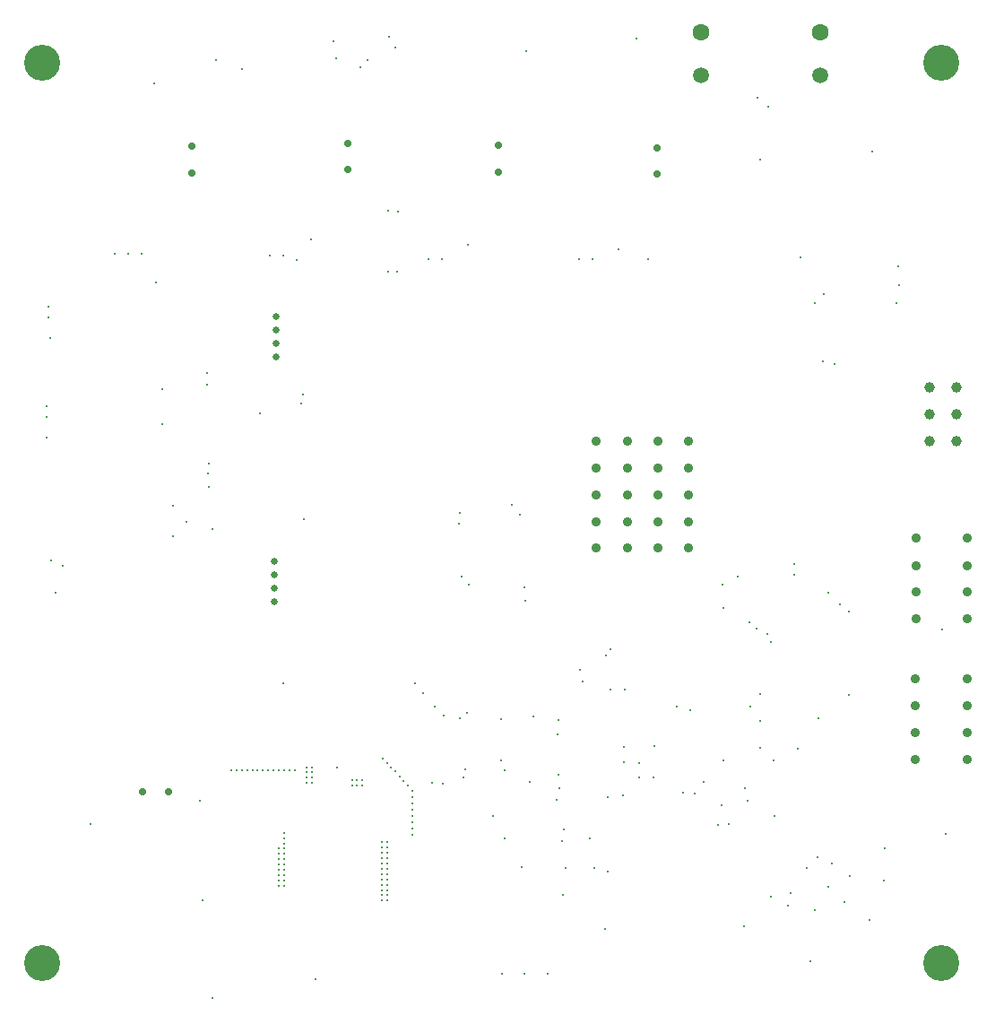
<source format=gbr>
%TF.GenerationSoftware,Altium Limited,Altium Designer,21.7.2 (23)*%
G04 Layer_Color=0*
%FSLAX24Y24*%
%MOIN*%
%TF.SameCoordinates,DA776ED6-ADCF-4D54-B547-66972558000F*%
%TF.FilePolarity,Positive*%
%TF.FileFunction,Plated,1,2,PTH,Drill*%
%TF.Part,Single*%
G01*
G75*
%TA.AperFunction,ComponentDrill*%
%ADD142C,0.0394*%
%ADD143C,0.0354*%
%ADD144C,0.0276*%
%ADD145C,0.0630*%
%ADD146C,0.0598*%
%ADD147C,0.0256*%
%TA.AperFunction,OtherDrill,Pad Free-4 (3543.307mil,196.85mil)*%
%ADD148C,0.1339*%
%TA.AperFunction,OtherDrill,Pad Free-3 (196.85mil,196.85mil)*%
%ADD149C,0.1339*%
%TA.AperFunction,OtherDrill,Pad Free-2 (196.85mil,3543.307mil)*%
%ADD150C,0.1339*%
%TA.AperFunction,OtherDrill,Pad Free-1 (3543.307mil,3543.307mil)*%
%ADD151C,0.1339*%
%TA.AperFunction,ComponentDrill*%
%ADD152C,0.0276*%
%TA.AperFunction,ViaDrill,NotFilled*%
%ADD153C,0.0098*%
%ADD154C,0.0118*%
D142*
X34984Y23362D02*
D03*
X35984D02*
D03*
X34984Y22362D02*
D03*
X35984D02*
D03*
X34984Y21362D02*
D03*
X35984D02*
D03*
D143*
X22598Y19386D02*
D03*
Y17402D02*
D03*
Y18386D02*
D03*
Y21354D02*
D03*
Y20354D02*
D03*
X23740Y19386D02*
D03*
Y17402D02*
D03*
Y18386D02*
D03*
Y21354D02*
D03*
Y20354D02*
D03*
X24882Y19386D02*
D03*
Y17402D02*
D03*
Y18386D02*
D03*
Y21354D02*
D03*
Y20354D02*
D03*
X26024Y19386D02*
D03*
Y17402D02*
D03*
Y18386D02*
D03*
Y21354D02*
D03*
Y20354D02*
D03*
X36378Y16732D02*
D03*
Y14764D02*
D03*
Y15764D02*
D03*
Y17764D02*
D03*
X34488Y16728D02*
D03*
Y14760D02*
D03*
Y15760D02*
D03*
Y17760D02*
D03*
X36378Y11520D02*
D03*
Y9551D02*
D03*
Y10551D02*
D03*
Y12551D02*
D03*
X34449Y11520D02*
D03*
Y9551D02*
D03*
Y10551D02*
D03*
Y12551D02*
D03*
D144*
X13366Y32441D02*
D03*
Y31457D02*
D03*
X18957Y32362D02*
D03*
Y31378D02*
D03*
X7559Y32323D02*
D03*
Y31339D02*
D03*
X24862Y32283D02*
D03*
Y31299D02*
D03*
D145*
X26488Y36555D02*
D03*
X30913D02*
D03*
D146*
X26488Y34980D02*
D03*
X30913D02*
D03*
D147*
X10669Y25988D02*
D03*
Y25488D02*
D03*
Y24988D02*
D03*
Y24488D02*
D03*
X10630Y16892D02*
D03*
Y16392D02*
D03*
Y15892D02*
D03*
Y15392D02*
D03*
D148*
X35433Y1969D02*
D03*
D149*
X1969D02*
D03*
D150*
Y35433D02*
D03*
D151*
X35433D02*
D03*
D152*
X6693Y8346D02*
D03*
X5709D02*
D03*
D153*
X32008Y5197D02*
D03*
X31811Y4252D02*
D03*
X33268Y5039D02*
D03*
X13504Y8780D02*
D03*
X13701Y8583D02*
D03*
Y8780D02*
D03*
X13504Y8583D02*
D03*
X15748Y8150D02*
D03*
Y7913D02*
D03*
Y8386D02*
D03*
X7362Y18386D02*
D03*
X4671Y28342D02*
D03*
X5171D02*
D03*
X3780Y7126D02*
D03*
X9016Y9134D02*
D03*
X9213D02*
D03*
X9409D02*
D03*
Y35197D02*
D03*
X16344Y28145D02*
D03*
X16844D02*
D03*
X5671Y28342D02*
D03*
X10939Y28263D02*
D03*
X10439D02*
D03*
X22459Y28147D02*
D03*
X21959D02*
D03*
X15748Y6732D02*
D03*
Y6969D02*
D03*
Y7205D02*
D03*
Y7441D02*
D03*
Y7677D02*
D03*
X15591Y8583D02*
D03*
X15433Y8740D02*
D03*
X15276Y8898D02*
D03*
X15118Y9094D02*
D03*
X14961Y9252D02*
D03*
X14803Y9409D02*
D03*
X14646Y9567D02*
D03*
X11378Y9134D02*
D03*
X9606D02*
D03*
X9803D02*
D03*
X10000D02*
D03*
X10197D02*
D03*
X10394D02*
D03*
X10591D02*
D03*
X10787D02*
D03*
X10984D02*
D03*
X11181D02*
D03*
X14803Y4291D02*
D03*
X13898Y8780D02*
D03*
Y8583D02*
D03*
X11811Y9252D02*
D03*
X12008D02*
D03*
X11811Y8661D02*
D03*
Y8858D02*
D03*
Y9055D02*
D03*
X12008D02*
D03*
Y8858D02*
D03*
Y8661D02*
D03*
X14803Y4488D02*
D03*
Y4685D02*
D03*
Y4882D02*
D03*
Y5079D02*
D03*
Y5276D02*
D03*
Y5472D02*
D03*
Y5669D02*
D03*
Y5866D02*
D03*
Y6063D02*
D03*
Y6260D02*
D03*
Y6457D02*
D03*
X14606D02*
D03*
Y6260D02*
D03*
Y6063D02*
D03*
Y5866D02*
D03*
Y5669D02*
D03*
Y5472D02*
D03*
Y5276D02*
D03*
Y5079D02*
D03*
Y4882D02*
D03*
Y4685D02*
D03*
Y4488D02*
D03*
Y4291D02*
D03*
X10984Y6811D02*
D03*
Y6614D02*
D03*
X10787Y5039D02*
D03*
Y5236D02*
D03*
Y5433D02*
D03*
Y5630D02*
D03*
Y5827D02*
D03*
Y6024D02*
D03*
Y6220D02*
D03*
X10984Y6417D02*
D03*
Y6220D02*
D03*
Y6024D02*
D03*
Y5827D02*
D03*
Y5630D02*
D03*
Y5433D02*
D03*
Y5236D02*
D03*
Y5039D02*
D03*
Y4843D02*
D03*
X10787D02*
D03*
X33819Y27874D02*
D03*
X35591Y6772D02*
D03*
X32835Y32126D02*
D03*
X24764Y10039D02*
D03*
X24173Y9409D02*
D03*
X24724Y8858D02*
D03*
X24173D02*
D03*
X23622Y9449D02*
D03*
Y10000D02*
D03*
X12953Y9252D02*
D03*
D154*
X28583Y34134D02*
D03*
X31220Y4803D02*
D03*
X30709Y3937D02*
D03*
X32756Y3583D02*
D03*
X30433Y5512D02*
D03*
X33307Y6220D02*
D03*
X31339Y5669D02*
D03*
X30827Y5906D02*
D03*
X29724Y4094D02*
D03*
X30551Y2047D02*
D03*
X27244Y7835D02*
D03*
X27126Y7087D02*
D03*
X27520Y7126D02*
D03*
X29803Y4567D02*
D03*
X21392Y6933D02*
D03*
X28701Y11968D02*
D03*
X31969Y11929D02*
D03*
Y15039D02*
D03*
X28307Y11496D02*
D03*
X28701Y9961D02*
D03*
X35438Y14365D02*
D03*
X8307Y669D02*
D03*
X7942Y4316D02*
D03*
X7835Y7992D02*
D03*
X23017Y5372D02*
D03*
X29094Y4449D02*
D03*
X31654Y15315D02*
D03*
X31220Y15748D02*
D03*
X28701Y10984D02*
D03*
X30866Y11063D02*
D03*
X29213Y7441D02*
D03*
X30079Y9921D02*
D03*
X28209Y7988D02*
D03*
X27283Y16024D02*
D03*
X27835Y16339D02*
D03*
X29173Y9488D02*
D03*
X28110Y8465D02*
D03*
X27333Y15177D02*
D03*
X27323Y9488D02*
D03*
X26082Y11369D02*
D03*
X26575Y8701D02*
D03*
X19173Y9134D02*
D03*
X21457Y5512D02*
D03*
X19803Y5551D02*
D03*
X19055Y9488D02*
D03*
Y11024D02*
D03*
X19173Y6614D02*
D03*
X17783Y11260D02*
D03*
X18740Y7441D02*
D03*
X22514Y5496D02*
D03*
X17717Y9173D02*
D03*
X16929Y11181D02*
D03*
X17835Y16024D02*
D03*
X19961Y15433D02*
D03*
X23661Y12126D02*
D03*
X20103Y8689D02*
D03*
X17638Y8858D02*
D03*
X16575Y11496D02*
D03*
X17598Y16339D02*
D03*
X25591Y11496D02*
D03*
X23112Y13625D02*
D03*
X22936Y13394D02*
D03*
X19921Y15945D02*
D03*
X21211Y8456D02*
D03*
X16890Y8622D02*
D03*
X16496Y8661D02*
D03*
X16146Y12012D02*
D03*
X17480Y18307D02*
D03*
X21181Y8976D02*
D03*
X10945Y12362D02*
D03*
X29951Y16393D02*
D03*
X29094Y13898D02*
D03*
X29961Y16811D02*
D03*
X21102Y8031D02*
D03*
X15866Y12362D02*
D03*
X17520Y18701D02*
D03*
X21972Y12878D02*
D03*
X23110Y12126D02*
D03*
X22087Y12441D02*
D03*
X19449Y19016D02*
D03*
X19764Y18622D02*
D03*
X20787Y1570D02*
D03*
X21174Y10988D02*
D03*
X17520Y11063D02*
D03*
X21142Y10472D02*
D03*
X15200Y27657D02*
D03*
X15229Y29910D02*
D03*
X14094Y35551D02*
D03*
X14843Y27677D02*
D03*
Y29921D02*
D03*
X13819Y35276D02*
D03*
X11693Y23110D02*
D03*
X8110Y23898D02*
D03*
X6457Y23307D02*
D03*
X8110Y23465D02*
D03*
X11614Y22756D02*
D03*
X10079Y22402D02*
D03*
X11732Y18465D02*
D03*
X8307Y18110D02*
D03*
X6850Y17835D02*
D03*
X8178Y20523D02*
D03*
X30197Y28189D02*
D03*
X24528Y28150D02*
D03*
X8189Y19685D02*
D03*
X8150Y20157D02*
D03*
X6850Y18976D02*
D03*
X2500Y15730D02*
D03*
X2756Y16732D02*
D03*
X2323Y16929D02*
D03*
X25827Y8307D02*
D03*
X26260Y8268D02*
D03*
X6457Y22008D02*
D03*
X2165Y22283D02*
D03*
Y21496D02*
D03*
Y22677D02*
D03*
X2205Y26378D02*
D03*
X6220Y27283D02*
D03*
X2205Y25984D02*
D03*
X2283Y25197D02*
D03*
X24094Y36339D02*
D03*
X20000Y35866D02*
D03*
X14882Y36417D02*
D03*
X12827Y36236D02*
D03*
X8465Y35551D02*
D03*
X6142Y34685D02*
D03*
X15123Y35989D02*
D03*
X12913Y35591D02*
D03*
X11437Y28110D02*
D03*
X11994Y28858D02*
D03*
X17827Y28661D02*
D03*
X23406Y28504D02*
D03*
X28937Y14213D02*
D03*
X28543Y14409D02*
D03*
X21339Y4494D02*
D03*
X22908Y3227D02*
D03*
X28071Y3346D02*
D03*
X12165Y1378D02*
D03*
X20236Y11136D02*
D03*
X31457Y24252D02*
D03*
X31024Y24331D02*
D03*
X31063Y26850D02*
D03*
X30709Y26496D02*
D03*
X28984Y33813D02*
D03*
X28701Y31850D02*
D03*
X33858Y27165D02*
D03*
X33740Y26496D02*
D03*
X28268Y14646D02*
D03*
X21319Y6488D02*
D03*
X22362Y6614D02*
D03*
X23583Y8189D02*
D03*
X23031Y8150D02*
D03*
X19921Y1570D02*
D03*
X19094D02*
D03*
%TF.MD5,6a712025d9412284e6d0257f27ae6a0a*%
M02*

</source>
